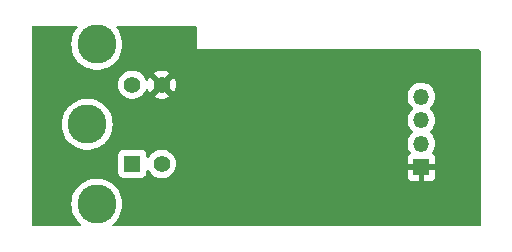
<source format=gbr>
%TF.GenerationSoftware,KiCad,Pcbnew,7.0.9-1.fc39*%
%TF.CreationDate,2023-12-29T10:16:04-08:00*%
%TF.ProjectId,M0116,4d303131-362e-46b6-9963-61645f706362,rev?*%
%TF.SameCoordinates,Original*%
%TF.FileFunction,Copper,L2,Bot*%
%TF.FilePolarity,Positive*%
%FSLAX46Y46*%
G04 Gerber Fmt 4.6, Leading zero omitted, Abs format (unit mm)*
G04 Created by KiCad (PCBNEW 7.0.9-1.fc39) date 2023-12-29 10:16:04*
%MOMM*%
%LPD*%
G01*
G04 APERTURE LIST*
%TA.AperFunction,ComponentPad*%
%ADD10R,1.350000X1.350000*%
%TD*%
%TA.AperFunction,ComponentPad*%
%ADD11O,1.350000X1.350000*%
%TD*%
%TA.AperFunction,ComponentPad*%
%ADD12R,1.398000X1.398000*%
%TD*%
%TA.AperFunction,ComponentPad*%
%ADD13C,1.398000*%
%TD*%
%TA.AperFunction,ComponentPad*%
%ADD14C,3.306000*%
%TD*%
G04 APERTURE END LIST*
D10*
%TO.P,J2,1,Pin_1*%
%TO.N,GND*%
X133000000Y-112000000D03*
D11*
%TO.P,J2,2,Pin_2*%
%TO.N,JST-D-*%
X133000000Y-110000000D03*
%TO.P,J2,3,Pin_3*%
%TO.N,JST-D+*%
X133000000Y-108000000D03*
%TO.P,J2,4,Pin_4*%
%TO.N,VBUS*%
X133000000Y-106000000D03*
%TD*%
D12*
%TO.P,ADB-FEM1,1,1*%
%TO.N,JST-D+*%
X108510000Y-111700000D03*
D13*
%TO.P,ADB-FEM1,2,2*%
%TO.N,VBUS*%
X108510000Y-105000000D03*
%TO.P,ADB-FEM1,3,3*%
%TO.N,JST-D-*%
X111000000Y-111700000D03*
%TO.P,ADB-FEM1,4,4*%
%TO.N,GND*%
X111000000Y-105000000D03*
D14*
%TO.P,ADB-FEM1,5,SH*%
%TO.N,unconnected-(ADB-FEM1-SH-Pad5)*%
X104700000Y-108350000D03*
%TO.P,ADB-FEM1,6,SH*%
X105510000Y-101590000D03*
%TO.P,ADB-FEM1,7,SH*%
X105510000Y-115110000D03*
%TD*%
%TA.AperFunction,Conductor*%
%TO.N,GND*%
G36*
X103829425Y-100020185D02*
G01*
X103875180Y-100072989D01*
X103885124Y-100142147D01*
X103856099Y-100205703D01*
X103853010Y-100209136D01*
X103835606Y-100227771D01*
X103665708Y-100468460D01*
X103530169Y-100730039D01*
X103431513Y-101007629D01*
X103431512Y-101007632D01*
X103371572Y-101296085D01*
X103351468Y-101590000D01*
X103371572Y-101883914D01*
X103431512Y-102172367D01*
X103431513Y-102172370D01*
X103530169Y-102449960D01*
X103530170Y-102449962D01*
X103665708Y-102711539D01*
X103835602Y-102952224D01*
X103835606Y-102952228D01*
X103835606Y-102952229D01*
X103910343Y-103032252D01*
X104036687Y-103167533D01*
X104265217Y-103353456D01*
X104265219Y-103353457D01*
X104265220Y-103353458D01*
X104516936Y-103506530D01*
X104516940Y-103506532D01*
X104787147Y-103623898D01*
X104787152Y-103623900D01*
X105070834Y-103703384D01*
X105327427Y-103738652D01*
X105362696Y-103743500D01*
X105362697Y-103743500D01*
X105657304Y-103743500D01*
X105688769Y-103739174D01*
X105949166Y-103703384D01*
X106232848Y-103623900D01*
X106340934Y-103576951D01*
X106503059Y-103506532D01*
X106503063Y-103506530D01*
X106503065Y-103506529D01*
X106754783Y-103353456D01*
X106983313Y-103167533D01*
X107184398Y-102952224D01*
X107354292Y-102711539D01*
X107489830Y-102449962D01*
X107588488Y-102172365D01*
X107648427Y-101883920D01*
X107668532Y-101590000D01*
X107648427Y-101296080D01*
X107588488Y-101007635D01*
X107489830Y-100730038D01*
X107354292Y-100468461D01*
X107184398Y-100227776D01*
X107178092Y-100221024D01*
X107166990Y-100209136D01*
X107135618Y-100146706D01*
X107142980Y-100077225D01*
X107186736Y-100022754D01*
X107252996Y-100000586D01*
X107257614Y-100000500D01*
X113875500Y-100000500D01*
X113942539Y-100020185D01*
X113988294Y-100072989D01*
X113999500Y-100124500D01*
X113999500Y-101975467D01*
X113999416Y-101975889D01*
X113999459Y-102000001D01*
X113999500Y-102000099D01*
X113999616Y-102000382D01*
X113999618Y-102000384D01*
X113999808Y-102000462D01*
X114000000Y-102000541D01*
X114000002Y-102000539D01*
X114024616Y-102000524D01*
X114024616Y-102000528D01*
X114024760Y-102000500D01*
X137875500Y-102000500D01*
X137942539Y-102020185D01*
X137988294Y-102072989D01*
X137999500Y-102124500D01*
X137999500Y-116875500D01*
X137979815Y-116942539D01*
X137927011Y-116988294D01*
X137875500Y-116999500D01*
X106948756Y-116999500D01*
X106881717Y-116979815D01*
X106835962Y-116927011D01*
X106826018Y-116857853D01*
X106855043Y-116794297D01*
X106870501Y-116779312D01*
X106983313Y-116687533D01*
X107184398Y-116472224D01*
X107354292Y-116231539D01*
X107489830Y-115969962D01*
X107588488Y-115692365D01*
X107648427Y-115403920D01*
X107668532Y-115110000D01*
X107648427Y-114816080D01*
X107588488Y-114527635D01*
X107489830Y-114250038D01*
X107354292Y-113988461D01*
X107184398Y-113747776D01*
X107184393Y-113747770D01*
X107117028Y-113675640D01*
X106983313Y-113532467D01*
X106754783Y-113346544D01*
X106754781Y-113346543D01*
X106754779Y-113346541D01*
X106503063Y-113193469D01*
X106503059Y-113193467D01*
X106232852Y-113076101D01*
X105949171Y-112996617D01*
X105949167Y-112996616D01*
X105949166Y-112996616D01*
X105803234Y-112976558D01*
X105657304Y-112956500D01*
X105657303Y-112956500D01*
X105362697Y-112956500D01*
X105362696Y-112956500D01*
X105070834Y-112996616D01*
X105070828Y-112996617D01*
X104787147Y-113076101D01*
X104516940Y-113193467D01*
X104516936Y-113193469D01*
X104265220Y-113346541D01*
X104036690Y-113532464D01*
X103835606Y-113747770D01*
X103835606Y-113747771D01*
X103665708Y-113988460D01*
X103530169Y-114250039D01*
X103431513Y-114527629D01*
X103431512Y-114527632D01*
X103371572Y-114816085D01*
X103351468Y-115110000D01*
X103371572Y-115403914D01*
X103431512Y-115692367D01*
X103431513Y-115692370D01*
X103530169Y-115969960D01*
X103530170Y-115969962D01*
X103665708Y-116231539D01*
X103835602Y-116472224D01*
X103835606Y-116472228D01*
X103835606Y-116472229D01*
X103910343Y-116552252D01*
X104036687Y-116687533D01*
X104149499Y-116779312D01*
X104189079Y-116836889D01*
X104191248Y-116906725D01*
X104155317Y-116966647D01*
X104092693Y-116997631D01*
X104071244Y-116999500D01*
X100124500Y-116999500D01*
X100057461Y-116979815D01*
X100011706Y-116927011D01*
X100000500Y-116875500D01*
X100000500Y-112446870D01*
X107310500Y-112446870D01*
X107310501Y-112446876D01*
X107316908Y-112506483D01*
X107367202Y-112641328D01*
X107367206Y-112641335D01*
X107453452Y-112756544D01*
X107453455Y-112756547D01*
X107568664Y-112842793D01*
X107568671Y-112842797D01*
X107703517Y-112893091D01*
X107703516Y-112893091D01*
X107710444Y-112893835D01*
X107763127Y-112899500D01*
X109256872Y-112899499D01*
X109316483Y-112893091D01*
X109451331Y-112842796D01*
X109566546Y-112756546D01*
X109652796Y-112641331D01*
X109703091Y-112506483D01*
X109709500Y-112446873D01*
X109709499Y-112326580D01*
X109729183Y-112259544D01*
X109781987Y-112213789D01*
X109851145Y-112203845D01*
X109914701Y-112232869D01*
X109944499Y-112271311D01*
X109975795Y-112334161D01*
X110109762Y-112511562D01*
X110251088Y-112640397D01*
X110274043Y-112661323D01*
X110463046Y-112778349D01*
X110463047Y-112778349D01*
X110463048Y-112778350D01*
X110532142Y-112805117D01*
X110670335Y-112858653D01*
X110888850Y-112899500D01*
X110888853Y-112899500D01*
X111111147Y-112899500D01*
X111111150Y-112899500D01*
X111329665Y-112858653D01*
X111536954Y-112778349D01*
X111725957Y-112661323D01*
X111890239Y-112511560D01*
X112024205Y-112334161D01*
X112123292Y-112135166D01*
X112184128Y-111921352D01*
X112204639Y-111700000D01*
X112184128Y-111478648D01*
X112123292Y-111264834D01*
X112099782Y-111217620D01*
X112051726Y-111121110D01*
X112024205Y-111065839D01*
X111930752Y-110942088D01*
X111890237Y-110888437D01*
X111725958Y-110738678D01*
X111725957Y-110738677D01*
X111536954Y-110621651D01*
X111536952Y-110621650D01*
X111536951Y-110621649D01*
X111329668Y-110541348D01*
X111329667Y-110541347D01*
X111329665Y-110541347D01*
X111111150Y-110500500D01*
X110888850Y-110500500D01*
X110670335Y-110541347D01*
X110670333Y-110541347D01*
X110670331Y-110541348D01*
X110463048Y-110621649D01*
X110463047Y-110621650D01*
X110274041Y-110738678D01*
X110109762Y-110888437D01*
X109975795Y-111065838D01*
X109944499Y-111128689D01*
X109896996Y-111179926D01*
X109829333Y-111197347D01*
X109762992Y-111175421D01*
X109719038Y-111121110D01*
X109709499Y-111073417D01*
X109709499Y-110953129D01*
X109709498Y-110953123D01*
X109709497Y-110953116D01*
X109703091Y-110893517D01*
X109701197Y-110888440D01*
X109652797Y-110758671D01*
X109652793Y-110758664D01*
X109566547Y-110643455D01*
X109566544Y-110643452D01*
X109451335Y-110557206D01*
X109451328Y-110557202D01*
X109316482Y-110506908D01*
X109316483Y-110506908D01*
X109256883Y-110500501D01*
X109256881Y-110500500D01*
X109256873Y-110500500D01*
X109256864Y-110500500D01*
X107763129Y-110500500D01*
X107763123Y-110500501D01*
X107703516Y-110506908D01*
X107568671Y-110557202D01*
X107568664Y-110557206D01*
X107453455Y-110643452D01*
X107453452Y-110643455D01*
X107367206Y-110758664D01*
X107367202Y-110758671D01*
X107316908Y-110893517D01*
X107315810Y-110903735D01*
X107310501Y-110953123D01*
X107310500Y-110953135D01*
X107310500Y-112446870D01*
X100000500Y-112446870D01*
X100000500Y-108350000D01*
X102541468Y-108350000D01*
X102561572Y-108643914D01*
X102621512Y-108932367D01*
X102621513Y-108932370D01*
X102718291Y-109204675D01*
X102720170Y-109209962D01*
X102855708Y-109471539D01*
X103025602Y-109712224D01*
X103025606Y-109712228D01*
X103025606Y-109712229D01*
X103091774Y-109783077D01*
X103226687Y-109927533D01*
X103455217Y-110113456D01*
X103455219Y-110113457D01*
X103455220Y-110113458D01*
X103706936Y-110266530D01*
X103706940Y-110266532D01*
X103977147Y-110383898D01*
X103977152Y-110383900D01*
X104260834Y-110463384D01*
X104517427Y-110498652D01*
X104552696Y-110503500D01*
X104552697Y-110503500D01*
X104847304Y-110503500D01*
X104878769Y-110499174D01*
X105139166Y-110463384D01*
X105422848Y-110383900D01*
X105530934Y-110336951D01*
X105693059Y-110266532D01*
X105693063Y-110266530D01*
X105693065Y-110266529D01*
X105944783Y-110113456D01*
X106084239Y-110000000D01*
X131819464Y-110000000D01*
X131839564Y-110216918D01*
X131839564Y-110216920D01*
X131839565Y-110216923D01*
X131887074Y-110383900D01*
X131899184Y-110426462D01*
X131937545Y-110503500D01*
X131996288Y-110621472D01*
X132012886Y-110643452D01*
X132078049Y-110729741D01*
X132102741Y-110795102D01*
X132088176Y-110863437D01*
X132053406Y-110903735D01*
X131967809Y-110967813D01*
X131881649Y-111082906D01*
X131881645Y-111082913D01*
X131831403Y-111217620D01*
X131831401Y-111217627D01*
X131825000Y-111277155D01*
X131825000Y-111750000D01*
X132684314Y-111750000D01*
X132672359Y-111761955D01*
X132614835Y-111874852D01*
X132595014Y-112000000D01*
X132614835Y-112125148D01*
X132672359Y-112238045D01*
X132684314Y-112250000D01*
X131825000Y-112250000D01*
X131825000Y-112722844D01*
X131831401Y-112782372D01*
X131831403Y-112782379D01*
X131881645Y-112917086D01*
X131881649Y-112917093D01*
X131967809Y-113032187D01*
X131967812Y-113032190D01*
X132082906Y-113118350D01*
X132082913Y-113118354D01*
X132217620Y-113168596D01*
X132217627Y-113168598D01*
X132277155Y-113174999D01*
X132277172Y-113175000D01*
X132750000Y-113175000D01*
X132750000Y-112315686D01*
X132761955Y-112327641D01*
X132874852Y-112385165D01*
X132968519Y-112400000D01*
X133031481Y-112400000D01*
X133125148Y-112385165D01*
X133238045Y-112327641D01*
X133250000Y-112315686D01*
X133250000Y-113175000D01*
X133722828Y-113175000D01*
X133722844Y-113174999D01*
X133782372Y-113168598D01*
X133782379Y-113168596D01*
X133917086Y-113118354D01*
X133917093Y-113118350D01*
X134032187Y-113032190D01*
X134032190Y-113032187D01*
X134118350Y-112917093D01*
X134118354Y-112917086D01*
X134168596Y-112782379D01*
X134168598Y-112782372D01*
X134174999Y-112722844D01*
X134175000Y-112722827D01*
X134175000Y-112250000D01*
X133315686Y-112250000D01*
X133327641Y-112238045D01*
X133385165Y-112125148D01*
X133404986Y-112000000D01*
X133385165Y-111874852D01*
X133327641Y-111761955D01*
X133315686Y-111750000D01*
X134175000Y-111750000D01*
X134175000Y-111277172D01*
X134174999Y-111277155D01*
X134168598Y-111217627D01*
X134168596Y-111217620D01*
X134118354Y-111082913D01*
X134118350Y-111082906D01*
X134032190Y-110967812D01*
X133946593Y-110903733D01*
X133904723Y-110847799D01*
X133899739Y-110778107D01*
X133921951Y-110729741D01*
X134003712Y-110621472D01*
X134100817Y-110426459D01*
X134160435Y-110216923D01*
X134180536Y-110000000D01*
X134160435Y-109783077D01*
X134100817Y-109573541D01*
X134003712Y-109378528D01*
X133872427Y-109204678D01*
X133748423Y-109091634D01*
X133712145Y-109031927D01*
X133713905Y-108962079D01*
X133748423Y-108908365D01*
X133872427Y-108795322D01*
X134003712Y-108621472D01*
X134100817Y-108426459D01*
X134160435Y-108216923D01*
X134180536Y-108000000D01*
X134160435Y-107783077D01*
X134100817Y-107573541D01*
X134003712Y-107378528D01*
X133872427Y-107204678D01*
X133748423Y-107091634D01*
X133712145Y-107031927D01*
X133713905Y-106962079D01*
X133748423Y-106908365D01*
X133872427Y-106795322D01*
X134003712Y-106621472D01*
X134100817Y-106426459D01*
X134160435Y-106216923D01*
X134180536Y-106000000D01*
X134160435Y-105783077D01*
X134100817Y-105573541D01*
X134003712Y-105378528D01*
X133872427Y-105204678D01*
X133711432Y-105057912D01*
X133711428Y-105057909D01*
X133711423Y-105057906D01*
X133526213Y-104943229D01*
X133526207Y-104943226D01*
X133414265Y-104899860D01*
X133323069Y-104864530D01*
X133108926Y-104824500D01*
X132891074Y-104824500D01*
X132676931Y-104864530D01*
X132628130Y-104883435D01*
X132473792Y-104943226D01*
X132473786Y-104943229D01*
X132288576Y-105057906D01*
X132288566Y-105057913D01*
X132127574Y-105204676D01*
X131996288Y-105378527D01*
X131899184Y-105573537D01*
X131839564Y-105783081D01*
X131819464Y-105999999D01*
X131819464Y-106000000D01*
X131839564Y-106216918D01*
X131839564Y-106216920D01*
X131839565Y-106216923D01*
X131867784Y-106316101D01*
X131899184Y-106426462D01*
X131996288Y-106621472D01*
X132127574Y-106795324D01*
X132251572Y-106908363D01*
X132287854Y-106968074D01*
X132286093Y-107037922D01*
X132251572Y-107091637D01*
X132127574Y-107204675D01*
X131996288Y-107378527D01*
X131899184Y-107573537D01*
X131899183Y-107573541D01*
X131843960Y-107767632D01*
X131839564Y-107783081D01*
X131819464Y-107999999D01*
X131819464Y-108000000D01*
X131839564Y-108216918D01*
X131899184Y-108426462D01*
X131996288Y-108621472D01*
X132127574Y-108795324D01*
X132251572Y-108908363D01*
X132287854Y-108968074D01*
X132286093Y-109037922D01*
X132251572Y-109091637D01*
X132127574Y-109204675D01*
X131996288Y-109378527D01*
X131899184Y-109573537D01*
X131839564Y-109783081D01*
X131819464Y-109999999D01*
X131819464Y-110000000D01*
X106084239Y-110000000D01*
X106173313Y-109927533D01*
X106374398Y-109712224D01*
X106544292Y-109471539D01*
X106679830Y-109209962D01*
X106778488Y-108932365D01*
X106838427Y-108643920D01*
X106858532Y-108350000D01*
X106838427Y-108056080D01*
X106778488Y-107767635D01*
X106679830Y-107490038D01*
X106544292Y-107228461D01*
X106374398Y-106987776D01*
X106374393Y-106987770D01*
X106300230Y-106908362D01*
X106173313Y-106772467D01*
X105944783Y-106586544D01*
X105944781Y-106586543D01*
X105944779Y-106586541D01*
X105693063Y-106433469D01*
X105693059Y-106433467D01*
X105422852Y-106316101D01*
X105139171Y-106236617D01*
X105139167Y-106236616D01*
X105139166Y-106236616D01*
X104993234Y-106216558D01*
X104847304Y-106196500D01*
X104847303Y-106196500D01*
X104552697Y-106196500D01*
X104552696Y-106196500D01*
X104260834Y-106236616D01*
X104260828Y-106236617D01*
X103977147Y-106316101D01*
X103706940Y-106433467D01*
X103706936Y-106433469D01*
X103455220Y-106586541D01*
X103226690Y-106772464D01*
X103025606Y-106987770D01*
X103025606Y-106987771D01*
X103025603Y-106987773D01*
X103025602Y-106987776D01*
X102994437Y-107031927D01*
X102855708Y-107228460D01*
X102720169Y-107490039D01*
X102621513Y-107767629D01*
X102621512Y-107767632D01*
X102561572Y-108056085D01*
X102541468Y-108350000D01*
X100000500Y-108350000D01*
X100000500Y-105000000D01*
X107305361Y-105000000D01*
X107325871Y-105221351D01*
X107386707Y-105435163D01*
X107386712Y-105435176D01*
X107485795Y-105634161D01*
X107619762Y-105811562D01*
X107761088Y-105940397D01*
X107784043Y-105961323D01*
X107973046Y-106078349D01*
X107973047Y-106078349D01*
X107973048Y-106078350D01*
X108042142Y-106105117D01*
X108180335Y-106158653D01*
X108398850Y-106199500D01*
X108398853Y-106199500D01*
X108621147Y-106199500D01*
X108621150Y-106199500D01*
X108839665Y-106158653D01*
X109046954Y-106078349D01*
X109235957Y-105961323D01*
X109400239Y-105811560D01*
X109534205Y-105634161D01*
X109633292Y-105435166D01*
X109635993Y-105425672D01*
X109673266Y-105366580D01*
X109736574Y-105337019D01*
X109805814Y-105346377D01*
X109859003Y-105391683D01*
X109874524Y-105425663D01*
X109877176Y-105434983D01*
X109877180Y-105434994D01*
X109976224Y-105633900D01*
X109991851Y-105654594D01*
X110560214Y-105086232D01*
X110561257Y-105100140D01*
X110610266Y-105225013D01*
X110693905Y-105329892D01*
X110804741Y-105405459D01*
X110914298Y-105439253D01*
X110347397Y-106006153D01*
X110463268Y-106077898D01*
X110463270Y-106077899D01*
X110670473Y-106158169D01*
X110888899Y-106199000D01*
X111111101Y-106199000D01*
X111329525Y-106158169D01*
X111329535Y-106158166D01*
X111536729Y-106077899D01*
X111536731Y-106077898D01*
X111652601Y-106006153D01*
X111083837Y-105437389D01*
X111132647Y-105430033D01*
X111253509Y-105371829D01*
X111351844Y-105280587D01*
X111418917Y-105164413D01*
X111437323Y-105083770D01*
X112008147Y-105654594D01*
X112023776Y-105633898D01*
X112023783Y-105633886D01*
X112122817Y-105434999D01*
X112122825Y-105434979D01*
X112183633Y-105221261D01*
X112183634Y-105221259D01*
X112204137Y-105000000D01*
X112204137Y-104999999D01*
X112183634Y-104778740D01*
X112183633Y-104778738D01*
X112122825Y-104565020D01*
X112122819Y-104565005D01*
X112023781Y-104366110D01*
X112023776Y-104366103D01*
X112008146Y-104345404D01*
X111439785Y-104913766D01*
X111438743Y-104899860D01*
X111389734Y-104774987D01*
X111306095Y-104670108D01*
X111195259Y-104594541D01*
X111085701Y-104560746D01*
X111652601Y-103993845D01*
X111652600Y-103993844D01*
X111536733Y-103922102D01*
X111536727Y-103922099D01*
X111329526Y-103841830D01*
X111111101Y-103801000D01*
X110888899Y-103801000D01*
X110670474Y-103841830D01*
X110670473Y-103841830D01*
X110463272Y-103922099D01*
X110463266Y-103922103D01*
X110347398Y-103993844D01*
X110347397Y-103993845D01*
X110916163Y-104562610D01*
X110867353Y-104569967D01*
X110746491Y-104628171D01*
X110648156Y-104719413D01*
X110581083Y-104835587D01*
X110562676Y-104916228D01*
X109991852Y-104345404D01*
X109976223Y-104366101D01*
X109877180Y-104565005D01*
X109877174Y-104565022D01*
X109874523Y-104574338D01*
X109837240Y-104633429D01*
X109773928Y-104662983D01*
X109704689Y-104653616D01*
X109651506Y-104608302D01*
X109635994Y-104574333D01*
X109633292Y-104564834D01*
X109628395Y-104555000D01*
X109584997Y-104467845D01*
X109534205Y-104365839D01*
X109400239Y-104188440D01*
X109400237Y-104188437D01*
X109235958Y-104038678D01*
X109235957Y-104038677D01*
X109046954Y-103921651D01*
X109046952Y-103921650D01*
X109046951Y-103921649D01*
X108839668Y-103841348D01*
X108839667Y-103841347D01*
X108839665Y-103841347D01*
X108621150Y-103800500D01*
X108398850Y-103800500D01*
X108180335Y-103841347D01*
X108180333Y-103841347D01*
X108180331Y-103841348D01*
X107973048Y-103921649D01*
X107973047Y-103921650D01*
X107784041Y-104038678D01*
X107619762Y-104188437D01*
X107485795Y-104365838D01*
X107386712Y-104564823D01*
X107386707Y-104564836D01*
X107325871Y-104778648D01*
X107305361Y-104999999D01*
X107305361Y-105000000D01*
X100000500Y-105000000D01*
X100000500Y-100124500D01*
X100020185Y-100057461D01*
X100072989Y-100011706D01*
X100124500Y-100000500D01*
X103762386Y-100000500D01*
X103829425Y-100020185D01*
G37*
%TD.AperFunction*%
%TD*%
M02*

</source>
